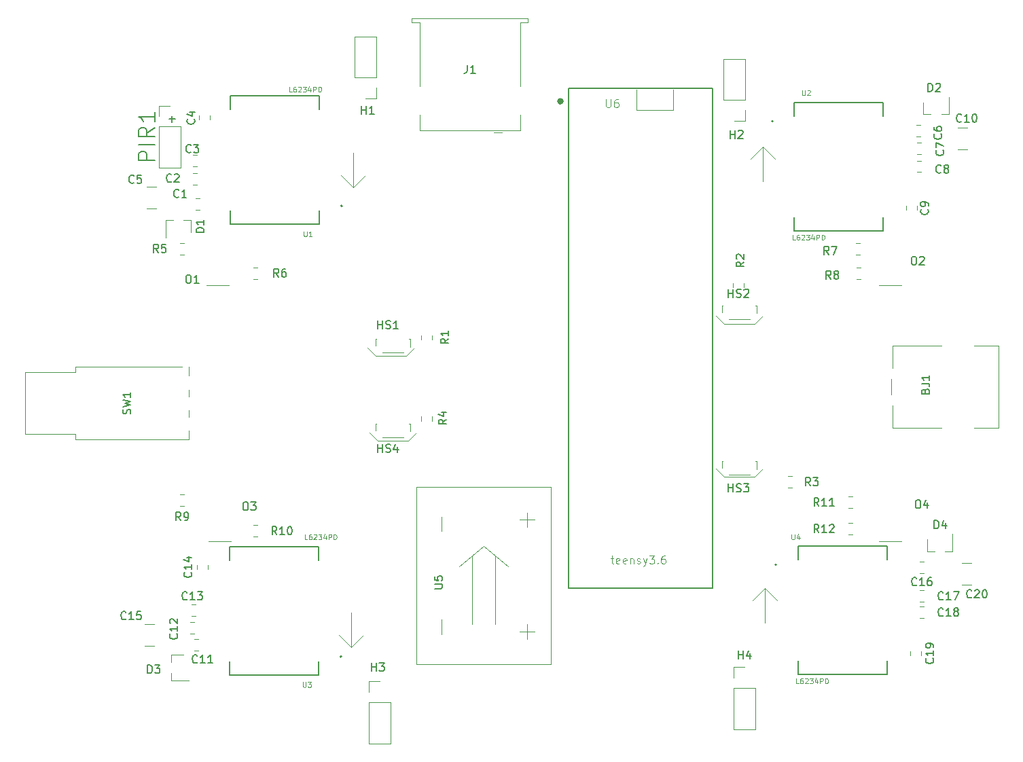
<source format=gbr>
G04 #@! TF.GenerationSoftware,KiCad,Pcbnew,(5.1.4-0)*
G04 #@! TF.CreationDate,2019-12-29T13:39:11-05:00*
G04 #@! TF.ProjectId,eye_driver,6579655f-6472-4697-9665-722e6b696361,rev?*
G04 #@! TF.SameCoordinates,Original*
G04 #@! TF.FileFunction,Legend,Top*
G04 #@! TF.FilePolarity,Positive*
%FSLAX46Y46*%
G04 Gerber Fmt 4.6, Leading zero omitted, Abs format (unit mm)*
G04 Created by KiCad (PCBNEW (5.1.4-0)) date 2019-12-29 13:39:11*
%MOMM*%
%LPD*%
G04 APERTURE LIST*
%ADD10C,0.150000*%
%ADD11C,0.120000*%
%ADD12C,0.400000*%
%ADD13C,0.127000*%
%ADD14C,0.200000*%
%ADD15C,0.100000*%
%ADD16C,0.050000*%
G04 APERTURE END LIST*
D10*
X98933047Y-73287428D02*
X99694952Y-73287428D01*
X99314000Y-73668380D02*
X99314000Y-72906476D01*
D11*
X168148000Y-117856000D02*
X171958000Y-117856000D01*
X167132000Y-116840000D02*
X168148000Y-117856000D01*
X171958000Y-117856000D02*
X172974000Y-116840000D01*
X168148000Y-98870000D02*
X171958000Y-98870000D01*
X167132000Y-97854000D02*
X168148000Y-98870000D01*
X171958000Y-98870000D02*
X172974000Y-97854000D01*
X124968000Y-113364000D02*
X128778000Y-113364000D01*
X123952000Y-112348000D02*
X124968000Y-113364000D01*
X128778000Y-113364000D02*
X129794000Y-112348000D01*
X124714000Y-102790000D02*
X128524000Y-102790000D01*
X123698000Y-101774000D02*
X124714000Y-102790000D01*
X128524000Y-102790000D02*
X129540000Y-101774000D01*
X121920000Y-81852000D02*
X120396000Y-80328000D01*
X121920000Y-77534000D02*
X121920000Y-81852000D01*
X121920000Y-81852000D02*
X123444000Y-80328000D01*
X121666000Y-139128000D02*
X120142000Y-137604000D01*
X121666000Y-134810000D02*
X121666000Y-139128000D01*
X121666000Y-139128000D02*
X123190000Y-137604000D01*
X173228000Y-131762000D02*
X174752000Y-133286000D01*
X173228000Y-136080000D02*
X173228000Y-131762000D01*
X173228000Y-131762000D02*
X171704000Y-133286000D01*
X172974000Y-76772000D02*
X174498000Y-78296000D01*
X172974000Y-76772000D02*
X171450000Y-78296000D01*
X172974000Y-81090000D02*
X172974000Y-76772000D01*
X187452000Y-125920000D02*
X190246000Y-125920000D01*
X187452000Y-94044000D02*
X190246000Y-94044000D01*
X103886000Y-125920000D02*
X106680000Y-125920000D01*
X103632000Y-94044000D02*
X106426000Y-94044000D01*
X161798000Y-72136000D02*
X161798000Y-69596000D01*
X157226000Y-72136000D02*
X161798000Y-72136000D01*
X157226000Y-69596000D02*
X157226000Y-72136000D01*
X97730000Y-71632000D02*
X99060000Y-71632000D01*
X97730000Y-72962000D02*
X97730000Y-71632000D01*
X97730000Y-74232000D02*
X100390000Y-74232000D01*
X100390000Y-74232000D02*
X100390000Y-79372000D01*
X97730000Y-74232000D02*
X97730000Y-79372000D01*
X97730000Y-79372000D02*
X100390000Y-79372000D01*
X185170578Y-91810000D02*
X184653422Y-91810000D01*
X185170578Y-93230000D02*
X184653422Y-93230000D01*
X101456000Y-109562000D02*
X101456000Y-110412000D01*
X101456000Y-107012000D02*
X101456000Y-107862000D01*
X101456000Y-113212000D02*
X101456000Y-112112000D01*
X87286000Y-113212000D02*
X101456000Y-113212000D01*
X87286000Y-112562000D02*
X87286000Y-113212000D01*
X80986000Y-112562000D02*
X87286000Y-112562000D01*
X80986000Y-104862000D02*
X80986000Y-112562000D01*
X87286000Y-104862000D02*
X80986000Y-104862000D01*
X87286000Y-104212000D02*
X87286000Y-104862000D01*
X100556000Y-104212000D02*
X87286000Y-104212000D01*
X101456000Y-105312000D02*
X101456000Y-104212000D01*
X188946000Y-107680000D02*
X188946000Y-105680000D01*
X202356000Y-111790000D02*
X199296000Y-111790000D01*
X202356000Y-101570000D02*
X202356000Y-111790000D01*
X199296000Y-101570000D02*
X202356000Y-101570000D01*
X189136000Y-101570000D02*
X195196000Y-101570000D01*
X189136000Y-104380000D02*
X189136000Y-101570000D01*
X189136000Y-111790000D02*
X189136000Y-108980000D01*
X195196000Y-111790000D02*
X189136000Y-111790000D01*
X169358000Y-141608000D02*
X170688000Y-141608000D01*
X169358000Y-142938000D02*
X169358000Y-141608000D01*
X169358000Y-144208000D02*
X172018000Y-144208000D01*
X172018000Y-144208000D02*
X172018000Y-149348000D01*
X169358000Y-144208000D02*
X169358000Y-149348000D01*
X169358000Y-149348000D02*
X172018000Y-149348000D01*
X123892000Y-143386000D02*
X125222000Y-143386000D01*
X123892000Y-144716000D02*
X123892000Y-143386000D01*
X123892000Y-145986000D02*
X126552000Y-145986000D01*
X126552000Y-145986000D02*
X126552000Y-151126000D01*
X123892000Y-145986000D02*
X123892000Y-151126000D01*
X123892000Y-151126000D02*
X126552000Y-151126000D01*
X170748000Y-73530000D02*
X169418000Y-73530000D01*
X170748000Y-72200000D02*
X170748000Y-73530000D01*
X170748000Y-70930000D02*
X168088000Y-70930000D01*
X168088000Y-70930000D02*
X168088000Y-65790000D01*
X170748000Y-70930000D02*
X170748000Y-65790000D01*
X170748000Y-65790000D02*
X168088000Y-65790000D01*
X124774000Y-70736000D02*
X123444000Y-70736000D01*
X124774000Y-69406000D02*
X124774000Y-70736000D01*
X124774000Y-68136000D02*
X122114000Y-68136000D01*
X122114000Y-68136000D02*
X122114000Y-62996000D01*
X124774000Y-68136000D02*
X124774000Y-62996000D01*
X124774000Y-62996000D02*
X122114000Y-62996000D01*
X197249936Y-77116000D02*
X198454064Y-77116000D01*
X197249936Y-74396000D02*
X198454064Y-74396000D01*
X184154578Y-123686000D02*
X183637422Y-123686000D01*
X184154578Y-125106000D02*
X183637422Y-125106000D01*
X183637422Y-121804000D02*
X184154578Y-121804000D01*
X183637422Y-120384000D02*
X184154578Y-120384000D01*
X109469422Y-125360000D02*
X109986578Y-125360000D01*
X109469422Y-123940000D02*
X109986578Y-123940000D01*
X100325422Y-121550000D02*
X100842578Y-121550000D01*
X100325422Y-120130000D02*
X100842578Y-120130000D01*
X184574922Y-90182000D02*
X185092078Y-90182000D01*
X184574922Y-88762000D02*
X185092078Y-88762000D01*
X109469422Y-93230000D02*
X109986578Y-93230000D01*
X109469422Y-91810000D02*
X109986578Y-91810000D01*
X100325422Y-90182000D02*
X100842578Y-90182000D01*
X100325422Y-88762000D02*
X100842578Y-88762000D01*
X130354000Y-110389922D02*
X130354000Y-110907078D01*
X131774000Y-110389922D02*
X131774000Y-110907078D01*
X176095922Y-119264000D02*
X176613078Y-119264000D01*
X176095922Y-117844000D02*
X176613078Y-117844000D01*
X170636000Y-94238578D02*
X170636000Y-93721422D01*
X169216000Y-94238578D02*
X169216000Y-93721422D01*
X130354000Y-100245422D02*
X130354000Y-100762578D01*
X131774000Y-100245422D02*
X131774000Y-100762578D01*
X193426000Y-127172000D02*
X193426000Y-125712000D01*
X196586000Y-127172000D02*
X196586000Y-125012000D01*
X196586000Y-127172000D02*
X195656000Y-127172000D01*
X193426000Y-127172000D02*
X194356000Y-127172000D01*
X99248000Y-140088000D02*
X100708000Y-140088000D01*
X99248000Y-143248000D02*
X101408000Y-143248000D01*
X99248000Y-143248000D02*
X99248000Y-142318000D01*
X99248000Y-140088000D02*
X99248000Y-141018000D01*
X192984000Y-72706000D02*
X192984000Y-71246000D01*
X196144000Y-72706000D02*
X196144000Y-70546000D01*
X196144000Y-72706000D02*
X195214000Y-72706000D01*
X192984000Y-72706000D02*
X193914000Y-72706000D01*
X193044578Y-132068000D02*
X192527422Y-132068000D01*
X193044578Y-133488000D02*
X192527422Y-133488000D01*
X197771936Y-131344000D02*
X198976064Y-131344000D01*
X197771936Y-128624000D02*
X198976064Y-128624000D01*
X191314000Y-139631422D02*
X191314000Y-140148578D01*
X192734000Y-139631422D02*
X192734000Y-140148578D01*
X192527422Y-135520000D02*
X193044578Y-135520000D01*
X192527422Y-134100000D02*
X193044578Y-134100000D01*
X193044578Y-128512000D02*
X192527422Y-128512000D01*
X193044578Y-129932000D02*
X192527422Y-129932000D01*
X101595422Y-137446000D02*
X102112578Y-137446000D01*
X101595422Y-136026000D02*
X102112578Y-136026000D01*
X97122064Y-136244000D02*
X95917936Y-136244000D01*
X97122064Y-138964000D02*
X95917936Y-138964000D01*
X103834000Y-129402078D02*
X103834000Y-128884922D01*
X102414000Y-129402078D02*
X102414000Y-128884922D01*
X102239078Y-133816000D02*
X101721922Y-133816000D01*
X102239078Y-135236000D02*
X101721922Y-135236000D01*
X102103422Y-139584000D02*
X102620578Y-139584000D01*
X102103422Y-138164000D02*
X102620578Y-138164000D01*
X192700578Y-76218000D02*
X192183422Y-76218000D01*
X192700578Y-77638000D02*
X192183422Y-77638000D01*
X190806000Y-84133422D02*
X190806000Y-84650578D01*
X192226000Y-84133422D02*
X192226000Y-84650578D01*
X192200922Y-79898000D02*
X192718078Y-79898000D01*
X192200922Y-78478000D02*
X192718078Y-78478000D01*
X192610578Y-74030000D02*
X192093422Y-74030000D01*
X192610578Y-75450000D02*
X192093422Y-75450000D01*
X124827000Y-111251000D02*
X124747000Y-111251000D01*
X128887000Y-111251000D02*
X129067000Y-111251000D01*
X124747000Y-111251000D02*
X124747000Y-112121000D01*
X129067000Y-111251000D02*
X129067000Y-112231000D01*
X125597000Y-112971000D02*
X128217000Y-112971000D01*
X168007000Y-115941666D02*
X167927000Y-115941666D01*
X172067000Y-115941666D02*
X172247000Y-115941666D01*
X167927000Y-115941666D02*
X167927000Y-116811666D01*
X172247000Y-115941666D02*
X172247000Y-116921666D01*
X168777000Y-117661666D02*
X171397000Y-117661666D01*
X168007000Y-96520333D02*
X167927000Y-96520333D01*
X172067000Y-96520333D02*
X172247000Y-96520333D01*
X167927000Y-96520333D02*
X167927000Y-97390333D01*
X172247000Y-96520333D02*
X172247000Y-97500333D01*
X168777000Y-98240333D02*
X171397000Y-98240333D01*
X124827000Y-100703000D02*
X124747000Y-100703000D01*
X128887000Y-100703000D02*
X129067000Y-100703000D01*
X124747000Y-100703000D02*
X124747000Y-101573000D01*
X129067000Y-100703000D02*
X129067000Y-101683000D01*
X125597000Y-102423000D02*
X128217000Y-102423000D01*
X143704000Y-60734000D02*
X129204000Y-60734000D01*
X129204000Y-60734000D02*
X129204000Y-61234000D01*
X129204000Y-61234000D02*
X130204000Y-61234000D01*
X130204000Y-61234000D02*
X130204000Y-69234000D01*
X130204000Y-72734000D02*
X130204000Y-74734000D01*
X130204000Y-74734000D02*
X142704000Y-74734000D01*
X142704000Y-74734000D02*
X142704000Y-72734000D01*
X142704000Y-69234000D02*
X142704000Y-61234000D01*
X142704000Y-61234000D02*
X143704000Y-61234000D01*
X143704000Y-61234000D02*
X143704000Y-60734000D01*
X140454000Y-74984000D02*
X139454000Y-74984000D01*
D12*
X147934000Y-71084000D02*
G75*
G03X147934000Y-71084000I-200000J0D01*
G01*
D13*
X166734000Y-69434000D02*
X148734000Y-69434000D01*
X166734000Y-131734000D02*
X166734000Y-69434000D01*
X148734000Y-131734000D02*
X166734000Y-131734000D01*
X148734000Y-69434000D02*
X148734000Y-131734000D01*
D11*
X102278922Y-83174000D02*
X102796078Y-83174000D01*
X102278922Y-84594000D02*
X102796078Y-84594000D01*
X101946922Y-81492000D02*
X102464078Y-81492000D01*
X101946922Y-80072000D02*
X102464078Y-80072000D01*
X102426578Y-79162000D02*
X101909422Y-79162000D01*
X102426578Y-77742000D02*
X101909422Y-77742000D01*
X104088000Y-73396078D02*
X104088000Y-72878922D01*
X102668000Y-73396078D02*
X102668000Y-72878922D01*
X97376064Y-84482000D02*
X96171936Y-84482000D01*
X97376064Y-81762000D02*
X96171936Y-81762000D01*
X101718000Y-85922000D02*
X100788000Y-85922000D01*
X98558000Y-85922000D02*
X99488000Y-85922000D01*
X98558000Y-85922000D02*
X98558000Y-88082000D01*
X101718000Y-85922000D02*
X101718000Y-87382000D01*
D14*
X120558000Y-84122000D02*
G75*
G03X120558000Y-84122000I-100000J0D01*
G01*
X120558000Y-84122000D02*
G75*
G03X120558000Y-84122000I-100000J0D01*
G01*
D13*
X117708000Y-84722000D02*
X117708000Y-86422000D01*
X117708000Y-86422000D02*
X106608000Y-86422000D01*
X106608000Y-86422000D02*
X106608000Y-84722000D01*
X117708000Y-72122000D02*
X117708000Y-70422000D01*
X117708000Y-70422000D02*
X106608000Y-70422000D01*
X106608000Y-70422000D02*
X106608000Y-72122000D01*
X187992000Y-87258000D02*
X187992000Y-85558000D01*
X176892000Y-87258000D02*
X187992000Y-87258000D01*
X176892000Y-85558000D02*
X176892000Y-87258000D01*
X187992000Y-71258000D02*
X187992000Y-72958000D01*
X176892000Y-71258000D02*
X187992000Y-71258000D01*
X176892000Y-72958000D02*
X176892000Y-71258000D01*
D14*
X174242000Y-73558000D02*
G75*
G03X174242000Y-73558000I-100000J0D01*
G01*
X174242000Y-73558000D02*
G75*
G03X174242000Y-73558000I-100000J0D01*
G01*
X120468000Y-140306000D02*
G75*
G03X120468000Y-140306000I-100000J0D01*
G01*
X120468000Y-140306000D02*
G75*
G03X120468000Y-140306000I-100000J0D01*
G01*
D13*
X117618000Y-140906000D02*
X117618000Y-142606000D01*
X117618000Y-142606000D02*
X106518000Y-142606000D01*
X106518000Y-142606000D02*
X106518000Y-140906000D01*
X117618000Y-128306000D02*
X117618000Y-126606000D01*
X117618000Y-126606000D02*
X106518000Y-126606000D01*
X106518000Y-126606000D02*
X106518000Y-128306000D01*
X188430000Y-142556000D02*
X188430000Y-140856000D01*
X177330000Y-142556000D02*
X188430000Y-142556000D01*
X177330000Y-140856000D02*
X177330000Y-142556000D01*
X188430000Y-126556000D02*
X188430000Y-128256000D01*
X177330000Y-126556000D02*
X188430000Y-126556000D01*
X177330000Y-128256000D02*
X177330000Y-126556000D01*
D14*
X174680000Y-128856000D02*
G75*
G03X174680000Y-128856000I-100000J0D01*
G01*
X174680000Y-128856000D02*
G75*
G03X174680000Y-128856000I-100000J0D01*
G01*
D15*
X146572000Y-141220000D02*
X146572000Y-119122000D01*
X146572000Y-119122000D02*
X129808001Y-119122000D01*
X129808001Y-119122000D02*
X129808001Y-141220000D01*
X129808001Y-141220000D02*
X146572000Y-141220000D01*
X136740707Y-136236709D02*
X136740707Y-127731990D01*
X138190000Y-126559407D02*
X135156266Y-129083425D01*
X138190000Y-126559407D02*
X141223734Y-129083425D01*
X139639293Y-136236709D02*
X139639293Y-127731990D01*
X142665801Y-137204012D02*
X144492026Y-137204012D01*
X143578913Y-138117124D02*
X143578913Y-136290899D01*
X143578913Y-124163144D02*
X143578913Y-122336919D01*
X142665801Y-123250032D02*
X144492026Y-123250032D01*
X132893415Y-137490942D02*
X132893415Y-135664717D01*
X132893415Y-124675073D02*
X132893415Y-122848848D01*
D10*
X97170761Y-78454380D02*
X95170761Y-78454380D01*
X95170761Y-77692476D01*
X95266000Y-77502000D01*
X95361238Y-77406761D01*
X95551714Y-77311523D01*
X95837428Y-77311523D01*
X96027904Y-77406761D01*
X96123142Y-77502000D01*
X96218380Y-77692476D01*
X96218380Y-78454380D01*
X97170761Y-76454380D02*
X95170761Y-76454380D01*
X97170761Y-74359142D02*
X96218380Y-75025809D01*
X97170761Y-75502000D02*
X95170761Y-75502000D01*
X95170761Y-74740095D01*
X95266000Y-74549619D01*
X95361238Y-74454380D01*
X95551714Y-74359142D01*
X95837428Y-74359142D01*
X96027904Y-74454380D01*
X96123142Y-74549619D01*
X96218380Y-74740095D01*
X96218380Y-75502000D01*
X97170761Y-72454380D02*
X97170761Y-73597238D01*
X97170761Y-73025809D02*
X95170761Y-73025809D01*
X95456476Y-73216285D01*
X95646952Y-73406761D01*
X95742190Y-73597238D01*
X192214571Y-120800380D02*
X192405047Y-120800380D01*
X192500285Y-120848000D01*
X192595523Y-120943238D01*
X192643142Y-121133714D01*
X192643142Y-121467047D01*
X192595523Y-121657523D01*
X192500285Y-121752761D01*
X192405047Y-121800380D01*
X192214571Y-121800380D01*
X192119333Y-121752761D01*
X192024095Y-121657523D01*
X191976476Y-121467047D01*
X191976476Y-121133714D01*
X192024095Y-120943238D01*
X192119333Y-120848000D01*
X192214571Y-120800380D01*
X193500285Y-121133714D02*
X193500285Y-121800380D01*
X193262190Y-120752761D02*
X193024095Y-121467047D01*
X193643142Y-121467047D01*
X108394571Y-121054380D02*
X108585047Y-121054380D01*
X108680285Y-121102000D01*
X108775523Y-121197238D01*
X108823142Y-121387714D01*
X108823142Y-121721047D01*
X108775523Y-121911523D01*
X108680285Y-122006761D01*
X108585047Y-122054380D01*
X108394571Y-122054380D01*
X108299333Y-122006761D01*
X108204095Y-121911523D01*
X108156476Y-121721047D01*
X108156476Y-121387714D01*
X108204095Y-121197238D01*
X108299333Y-121102000D01*
X108394571Y-121054380D01*
X109156476Y-121054380D02*
X109775523Y-121054380D01*
X109442190Y-121435333D01*
X109585047Y-121435333D01*
X109680285Y-121482952D01*
X109727904Y-121530571D01*
X109775523Y-121625809D01*
X109775523Y-121863904D01*
X109727904Y-121959142D01*
X109680285Y-122006761D01*
X109585047Y-122054380D01*
X109299333Y-122054380D01*
X109204095Y-122006761D01*
X109156476Y-121959142D01*
X101282571Y-92734380D02*
X101473047Y-92734380D01*
X101568285Y-92782000D01*
X101663523Y-92877238D01*
X101711142Y-93067714D01*
X101711142Y-93401047D01*
X101663523Y-93591523D01*
X101568285Y-93686761D01*
X101473047Y-93734380D01*
X101282571Y-93734380D01*
X101187333Y-93686761D01*
X101092095Y-93591523D01*
X101044476Y-93401047D01*
X101044476Y-93067714D01*
X101092095Y-92877238D01*
X101187333Y-92782000D01*
X101282571Y-92734380D01*
X102663523Y-93734380D02*
X102092095Y-93734380D01*
X102377809Y-93734380D02*
X102377809Y-92734380D01*
X102282571Y-92877238D01*
X102187333Y-92972476D01*
X102092095Y-93020095D01*
X191706571Y-90448380D02*
X191897047Y-90448380D01*
X191992285Y-90496000D01*
X192087523Y-90591238D01*
X192135142Y-90781714D01*
X192135142Y-91115047D01*
X192087523Y-91305523D01*
X191992285Y-91400761D01*
X191897047Y-91448380D01*
X191706571Y-91448380D01*
X191611333Y-91400761D01*
X191516095Y-91305523D01*
X191468476Y-91115047D01*
X191468476Y-90781714D01*
X191516095Y-90591238D01*
X191611333Y-90496000D01*
X191706571Y-90448380D01*
X192516095Y-90543619D02*
X192563714Y-90496000D01*
X192658952Y-90448380D01*
X192897047Y-90448380D01*
X192992285Y-90496000D01*
X193039904Y-90543619D01*
X193087523Y-90638857D01*
X193087523Y-90734095D01*
X193039904Y-90876952D01*
X192468476Y-91448380D01*
X193087523Y-91448380D01*
X181443333Y-93226380D02*
X181110000Y-92750190D01*
X180871904Y-93226380D02*
X180871904Y-92226380D01*
X181252857Y-92226380D01*
X181348095Y-92274000D01*
X181395714Y-92321619D01*
X181443333Y-92416857D01*
X181443333Y-92559714D01*
X181395714Y-92654952D01*
X181348095Y-92702571D01*
X181252857Y-92750190D01*
X180871904Y-92750190D01*
X182014761Y-92654952D02*
X181919523Y-92607333D01*
X181871904Y-92559714D01*
X181824285Y-92464476D01*
X181824285Y-92416857D01*
X181871904Y-92321619D01*
X181919523Y-92274000D01*
X182014761Y-92226380D01*
X182205238Y-92226380D01*
X182300476Y-92274000D01*
X182348095Y-92321619D01*
X182395714Y-92416857D01*
X182395714Y-92464476D01*
X182348095Y-92559714D01*
X182300476Y-92607333D01*
X182205238Y-92654952D01*
X182014761Y-92654952D01*
X181919523Y-92702571D01*
X181871904Y-92750190D01*
X181824285Y-92845428D01*
X181824285Y-93035904D01*
X181871904Y-93131142D01*
X181919523Y-93178761D01*
X182014761Y-93226380D01*
X182205238Y-93226380D01*
X182300476Y-93178761D01*
X182348095Y-93131142D01*
X182395714Y-93035904D01*
X182395714Y-92845428D01*
X182348095Y-92750190D01*
X182300476Y-92702571D01*
X182205238Y-92654952D01*
X94130761Y-110045333D02*
X94178380Y-109902476D01*
X94178380Y-109664380D01*
X94130761Y-109569142D01*
X94083142Y-109521523D01*
X93987904Y-109473904D01*
X93892666Y-109473904D01*
X93797428Y-109521523D01*
X93749809Y-109569142D01*
X93702190Y-109664380D01*
X93654571Y-109854857D01*
X93606952Y-109950095D01*
X93559333Y-109997714D01*
X93464095Y-110045333D01*
X93368857Y-110045333D01*
X93273619Y-109997714D01*
X93226000Y-109950095D01*
X93178380Y-109854857D01*
X93178380Y-109616761D01*
X93226000Y-109473904D01*
X93178380Y-109140571D02*
X94178380Y-108902476D01*
X93464095Y-108712000D01*
X94178380Y-108521523D01*
X93178380Y-108283428D01*
X94178380Y-107378666D02*
X94178380Y-107950095D01*
X94178380Y-107664380D02*
X93178380Y-107664380D01*
X93321238Y-107759619D01*
X93416476Y-107854857D01*
X93464095Y-107950095D01*
X193222571Y-107211714D02*
X193270190Y-107068857D01*
X193317809Y-107021238D01*
X193413047Y-106973619D01*
X193555904Y-106973619D01*
X193651142Y-107021238D01*
X193698761Y-107068857D01*
X193746380Y-107164095D01*
X193746380Y-107545047D01*
X192746380Y-107545047D01*
X192746380Y-107211714D01*
X192794000Y-107116476D01*
X192841619Y-107068857D01*
X192936857Y-107021238D01*
X193032095Y-107021238D01*
X193127333Y-107068857D01*
X193174952Y-107116476D01*
X193222571Y-107211714D01*
X193222571Y-107545047D01*
X192746380Y-106259333D02*
X193460666Y-106259333D01*
X193603523Y-106306952D01*
X193698761Y-106402190D01*
X193746380Y-106545047D01*
X193746380Y-106640285D01*
X193746380Y-105259333D02*
X193746380Y-105830761D01*
X193746380Y-105545047D02*
X192746380Y-105545047D01*
X192889238Y-105640285D01*
X192984476Y-105735523D01*
X193032095Y-105830761D01*
X169926095Y-140596380D02*
X169926095Y-139596380D01*
X169926095Y-140072571D02*
X170497523Y-140072571D01*
X170497523Y-140596380D02*
X170497523Y-139596380D01*
X171402285Y-139929714D02*
X171402285Y-140596380D01*
X171164190Y-139548761D02*
X170926095Y-140263047D01*
X171545142Y-140263047D01*
X124206095Y-142120380D02*
X124206095Y-141120380D01*
X124206095Y-141596571D02*
X124777523Y-141596571D01*
X124777523Y-142120380D02*
X124777523Y-141120380D01*
X125158476Y-141120380D02*
X125777523Y-141120380D01*
X125444190Y-141501333D01*
X125587047Y-141501333D01*
X125682285Y-141548952D01*
X125729904Y-141596571D01*
X125777523Y-141691809D01*
X125777523Y-141929904D01*
X125729904Y-142025142D01*
X125682285Y-142072761D01*
X125587047Y-142120380D01*
X125301333Y-142120380D01*
X125206095Y-142072761D01*
X125158476Y-142025142D01*
X168910095Y-75700380D02*
X168910095Y-74700380D01*
X168910095Y-75176571D02*
X169481523Y-75176571D01*
X169481523Y-75700380D02*
X169481523Y-74700380D01*
X169910095Y-74795619D02*
X169957714Y-74748000D01*
X170052952Y-74700380D01*
X170291047Y-74700380D01*
X170386285Y-74748000D01*
X170433904Y-74795619D01*
X170481523Y-74890857D01*
X170481523Y-74986095D01*
X170433904Y-75128952D01*
X169862476Y-75700380D01*
X170481523Y-75700380D01*
X122936095Y-72652380D02*
X122936095Y-71652380D01*
X122936095Y-72128571D02*
X123507523Y-72128571D01*
X123507523Y-72652380D02*
X123507523Y-71652380D01*
X124507523Y-72652380D02*
X123936095Y-72652380D01*
X124221809Y-72652380D02*
X124221809Y-71652380D01*
X124126571Y-71795238D01*
X124031333Y-71890476D01*
X123936095Y-71938095D01*
X197731142Y-73573142D02*
X197683523Y-73620761D01*
X197540666Y-73668380D01*
X197445428Y-73668380D01*
X197302571Y-73620761D01*
X197207333Y-73525523D01*
X197159714Y-73430285D01*
X197112095Y-73239809D01*
X197112095Y-73096952D01*
X197159714Y-72906476D01*
X197207333Y-72811238D01*
X197302571Y-72716000D01*
X197445428Y-72668380D01*
X197540666Y-72668380D01*
X197683523Y-72716000D01*
X197731142Y-72763619D01*
X198683523Y-73668380D02*
X198112095Y-73668380D01*
X198397809Y-73668380D02*
X198397809Y-72668380D01*
X198302571Y-72811238D01*
X198207333Y-72906476D01*
X198112095Y-72954095D01*
X199302571Y-72668380D02*
X199397809Y-72668380D01*
X199493047Y-72716000D01*
X199540666Y-72763619D01*
X199588285Y-72858857D01*
X199635904Y-73049333D01*
X199635904Y-73287428D01*
X199588285Y-73477904D01*
X199540666Y-73573142D01*
X199493047Y-73620761D01*
X199397809Y-73668380D01*
X199302571Y-73668380D01*
X199207333Y-73620761D01*
X199159714Y-73573142D01*
X199112095Y-73477904D01*
X199064476Y-73287428D01*
X199064476Y-73049333D01*
X199112095Y-72858857D01*
X199159714Y-72763619D01*
X199207333Y-72716000D01*
X199302571Y-72668380D01*
X179951142Y-124848380D02*
X179617809Y-124372190D01*
X179379714Y-124848380D02*
X179379714Y-123848380D01*
X179760666Y-123848380D01*
X179855904Y-123896000D01*
X179903523Y-123943619D01*
X179951142Y-124038857D01*
X179951142Y-124181714D01*
X179903523Y-124276952D01*
X179855904Y-124324571D01*
X179760666Y-124372190D01*
X179379714Y-124372190D01*
X180903523Y-124848380D02*
X180332095Y-124848380D01*
X180617809Y-124848380D02*
X180617809Y-123848380D01*
X180522571Y-123991238D01*
X180427333Y-124086476D01*
X180332095Y-124134095D01*
X181284476Y-123943619D02*
X181332095Y-123896000D01*
X181427333Y-123848380D01*
X181665428Y-123848380D01*
X181760666Y-123896000D01*
X181808285Y-123943619D01*
X181855904Y-124038857D01*
X181855904Y-124134095D01*
X181808285Y-124276952D01*
X181236857Y-124848380D01*
X181855904Y-124848380D01*
X179951142Y-121546380D02*
X179617809Y-121070190D01*
X179379714Y-121546380D02*
X179379714Y-120546380D01*
X179760666Y-120546380D01*
X179855904Y-120594000D01*
X179903523Y-120641619D01*
X179951142Y-120736857D01*
X179951142Y-120879714D01*
X179903523Y-120974952D01*
X179855904Y-121022571D01*
X179760666Y-121070190D01*
X179379714Y-121070190D01*
X180903523Y-121546380D02*
X180332095Y-121546380D01*
X180617809Y-121546380D02*
X180617809Y-120546380D01*
X180522571Y-120689238D01*
X180427333Y-120784476D01*
X180332095Y-120832095D01*
X181855904Y-121546380D02*
X181284476Y-121546380D01*
X181570190Y-121546380D02*
X181570190Y-120546380D01*
X181474952Y-120689238D01*
X181379714Y-120784476D01*
X181284476Y-120832095D01*
X112387142Y-125102380D02*
X112053809Y-124626190D01*
X111815714Y-125102380D02*
X111815714Y-124102380D01*
X112196666Y-124102380D01*
X112291904Y-124150000D01*
X112339523Y-124197619D01*
X112387142Y-124292857D01*
X112387142Y-124435714D01*
X112339523Y-124530952D01*
X112291904Y-124578571D01*
X112196666Y-124626190D01*
X111815714Y-124626190D01*
X113339523Y-125102380D02*
X112768095Y-125102380D01*
X113053809Y-125102380D02*
X113053809Y-124102380D01*
X112958571Y-124245238D01*
X112863333Y-124340476D01*
X112768095Y-124388095D01*
X113958571Y-124102380D02*
X114053809Y-124102380D01*
X114149047Y-124150000D01*
X114196666Y-124197619D01*
X114244285Y-124292857D01*
X114291904Y-124483333D01*
X114291904Y-124721428D01*
X114244285Y-124911904D01*
X114196666Y-125007142D01*
X114149047Y-125054761D01*
X114053809Y-125102380D01*
X113958571Y-125102380D01*
X113863333Y-125054761D01*
X113815714Y-125007142D01*
X113768095Y-124911904D01*
X113720476Y-124721428D01*
X113720476Y-124483333D01*
X113768095Y-124292857D01*
X113815714Y-124197619D01*
X113863333Y-124150000D01*
X113958571Y-124102380D01*
X100417333Y-123324380D02*
X100084000Y-122848190D01*
X99845904Y-123324380D02*
X99845904Y-122324380D01*
X100226857Y-122324380D01*
X100322095Y-122372000D01*
X100369714Y-122419619D01*
X100417333Y-122514857D01*
X100417333Y-122657714D01*
X100369714Y-122752952D01*
X100322095Y-122800571D01*
X100226857Y-122848190D01*
X99845904Y-122848190D01*
X100893523Y-123324380D02*
X101084000Y-123324380D01*
X101179238Y-123276761D01*
X101226857Y-123229142D01*
X101322095Y-123086285D01*
X101369714Y-122895809D01*
X101369714Y-122514857D01*
X101322095Y-122419619D01*
X101274476Y-122372000D01*
X101179238Y-122324380D01*
X100988761Y-122324380D01*
X100893523Y-122372000D01*
X100845904Y-122419619D01*
X100798285Y-122514857D01*
X100798285Y-122752952D01*
X100845904Y-122848190D01*
X100893523Y-122895809D01*
X100988761Y-122943428D01*
X101179238Y-122943428D01*
X101274476Y-122895809D01*
X101322095Y-122848190D01*
X101369714Y-122752952D01*
X181189333Y-90178380D02*
X180856000Y-89702190D01*
X180617904Y-90178380D02*
X180617904Y-89178380D01*
X180998857Y-89178380D01*
X181094095Y-89226000D01*
X181141714Y-89273619D01*
X181189333Y-89368857D01*
X181189333Y-89511714D01*
X181141714Y-89606952D01*
X181094095Y-89654571D01*
X180998857Y-89702190D01*
X180617904Y-89702190D01*
X181522666Y-89178380D02*
X182189333Y-89178380D01*
X181760761Y-90178380D01*
X112609333Y-92972380D02*
X112276000Y-92496190D01*
X112037904Y-92972380D02*
X112037904Y-91972380D01*
X112418857Y-91972380D01*
X112514095Y-92020000D01*
X112561714Y-92067619D01*
X112609333Y-92162857D01*
X112609333Y-92305714D01*
X112561714Y-92400952D01*
X112514095Y-92448571D01*
X112418857Y-92496190D01*
X112037904Y-92496190D01*
X113466476Y-91972380D02*
X113276000Y-91972380D01*
X113180761Y-92020000D01*
X113133142Y-92067619D01*
X113037904Y-92210476D01*
X112990285Y-92400952D01*
X112990285Y-92781904D01*
X113037904Y-92877142D01*
X113085523Y-92924761D01*
X113180761Y-92972380D01*
X113371238Y-92972380D01*
X113466476Y-92924761D01*
X113514095Y-92877142D01*
X113561714Y-92781904D01*
X113561714Y-92543809D01*
X113514095Y-92448571D01*
X113466476Y-92400952D01*
X113371238Y-92353333D01*
X113180761Y-92353333D01*
X113085523Y-92400952D01*
X113037904Y-92448571D01*
X112990285Y-92543809D01*
X97623333Y-89924380D02*
X97290000Y-89448190D01*
X97051904Y-89924380D02*
X97051904Y-88924380D01*
X97432857Y-88924380D01*
X97528095Y-88972000D01*
X97575714Y-89019619D01*
X97623333Y-89114857D01*
X97623333Y-89257714D01*
X97575714Y-89352952D01*
X97528095Y-89400571D01*
X97432857Y-89448190D01*
X97051904Y-89448190D01*
X98528095Y-88924380D02*
X98051904Y-88924380D01*
X98004285Y-89400571D01*
X98051904Y-89352952D01*
X98147142Y-89305333D01*
X98385238Y-89305333D01*
X98480476Y-89352952D01*
X98528095Y-89400571D01*
X98575714Y-89495809D01*
X98575714Y-89733904D01*
X98528095Y-89829142D01*
X98480476Y-89876761D01*
X98385238Y-89924380D01*
X98147142Y-89924380D01*
X98051904Y-89876761D01*
X98004285Y-89829142D01*
X133548380Y-110736666D02*
X133072190Y-111070000D01*
X133548380Y-111308095D02*
X132548380Y-111308095D01*
X132548380Y-110927142D01*
X132596000Y-110831904D01*
X132643619Y-110784285D01*
X132738857Y-110736666D01*
X132881714Y-110736666D01*
X132976952Y-110784285D01*
X133024571Y-110831904D01*
X133072190Y-110927142D01*
X133072190Y-111308095D01*
X132881714Y-109879523D02*
X133548380Y-109879523D01*
X132500761Y-110117619D02*
X133215047Y-110355714D01*
X133215047Y-109736666D01*
X178903333Y-119006380D02*
X178570000Y-118530190D01*
X178331904Y-119006380D02*
X178331904Y-118006380D01*
X178712857Y-118006380D01*
X178808095Y-118054000D01*
X178855714Y-118101619D01*
X178903333Y-118196857D01*
X178903333Y-118339714D01*
X178855714Y-118434952D01*
X178808095Y-118482571D01*
X178712857Y-118530190D01*
X178331904Y-118530190D01*
X179236666Y-118006380D02*
X179855714Y-118006380D01*
X179522380Y-118387333D01*
X179665238Y-118387333D01*
X179760476Y-118434952D01*
X179808095Y-118482571D01*
X179855714Y-118577809D01*
X179855714Y-118815904D01*
X179808095Y-118911142D01*
X179760476Y-118958761D01*
X179665238Y-119006380D01*
X179379523Y-119006380D01*
X179284285Y-118958761D01*
X179236666Y-118911142D01*
X170632380Y-91098666D02*
X170156190Y-91432000D01*
X170632380Y-91670095D02*
X169632380Y-91670095D01*
X169632380Y-91289142D01*
X169680000Y-91193904D01*
X169727619Y-91146285D01*
X169822857Y-91098666D01*
X169965714Y-91098666D01*
X170060952Y-91146285D01*
X170108571Y-91193904D01*
X170156190Y-91289142D01*
X170156190Y-91670095D01*
X169727619Y-90717714D02*
X169680000Y-90670095D01*
X169632380Y-90574857D01*
X169632380Y-90336761D01*
X169680000Y-90241523D01*
X169727619Y-90193904D01*
X169822857Y-90146285D01*
X169918095Y-90146285D01*
X170060952Y-90193904D01*
X170632380Y-90765333D01*
X170632380Y-90146285D01*
X133802380Y-100670666D02*
X133326190Y-101004000D01*
X133802380Y-101242095D02*
X132802380Y-101242095D01*
X132802380Y-100861142D01*
X132850000Y-100765904D01*
X132897619Y-100718285D01*
X132992857Y-100670666D01*
X133135714Y-100670666D01*
X133230952Y-100718285D01*
X133278571Y-100765904D01*
X133326190Y-100861142D01*
X133326190Y-101242095D01*
X133802380Y-99718285D02*
X133802380Y-100289714D01*
X133802380Y-100004000D02*
X132802380Y-100004000D01*
X132945238Y-100099238D01*
X133040476Y-100194476D01*
X133088095Y-100289714D01*
X194333904Y-124340380D02*
X194333904Y-123340380D01*
X194572000Y-123340380D01*
X194714857Y-123388000D01*
X194810095Y-123483238D01*
X194857714Y-123578476D01*
X194905333Y-123768952D01*
X194905333Y-123911809D01*
X194857714Y-124102285D01*
X194810095Y-124197523D01*
X194714857Y-124292761D01*
X194572000Y-124340380D01*
X194333904Y-124340380D01*
X195762476Y-123673714D02*
X195762476Y-124340380D01*
X195524380Y-123292761D02*
X195286285Y-124007047D01*
X195905333Y-124007047D01*
X96289904Y-142374380D02*
X96289904Y-141374380D01*
X96528000Y-141374380D01*
X96670857Y-141422000D01*
X96766095Y-141517238D01*
X96813714Y-141612476D01*
X96861333Y-141802952D01*
X96861333Y-141945809D01*
X96813714Y-142136285D01*
X96766095Y-142231523D01*
X96670857Y-142326761D01*
X96528000Y-142374380D01*
X96289904Y-142374380D01*
X97194666Y-141374380D02*
X97813714Y-141374380D01*
X97480380Y-141755333D01*
X97623238Y-141755333D01*
X97718476Y-141802952D01*
X97766095Y-141850571D01*
X97813714Y-141945809D01*
X97813714Y-142183904D01*
X97766095Y-142279142D01*
X97718476Y-142326761D01*
X97623238Y-142374380D01*
X97337523Y-142374380D01*
X97242285Y-142326761D01*
X97194666Y-142279142D01*
X193571904Y-69858380D02*
X193571904Y-68858380D01*
X193810000Y-68858380D01*
X193952857Y-68906000D01*
X194048095Y-69001238D01*
X194095714Y-69096476D01*
X194143333Y-69286952D01*
X194143333Y-69429809D01*
X194095714Y-69620285D01*
X194048095Y-69715523D01*
X193952857Y-69810761D01*
X193810000Y-69858380D01*
X193571904Y-69858380D01*
X194524285Y-68953619D02*
X194571904Y-68906000D01*
X194667142Y-68858380D01*
X194905238Y-68858380D01*
X195000476Y-68906000D01*
X195048095Y-68953619D01*
X195095714Y-69048857D01*
X195095714Y-69144095D01*
X195048095Y-69286952D01*
X194476666Y-69858380D01*
X195095714Y-69858380D01*
X195445142Y-133135142D02*
X195397523Y-133182761D01*
X195254666Y-133230380D01*
X195159428Y-133230380D01*
X195016571Y-133182761D01*
X194921333Y-133087523D01*
X194873714Y-132992285D01*
X194826095Y-132801809D01*
X194826095Y-132658952D01*
X194873714Y-132468476D01*
X194921333Y-132373238D01*
X195016571Y-132278000D01*
X195159428Y-132230380D01*
X195254666Y-132230380D01*
X195397523Y-132278000D01*
X195445142Y-132325619D01*
X196397523Y-133230380D02*
X195826095Y-133230380D01*
X196111809Y-133230380D02*
X196111809Y-132230380D01*
X196016571Y-132373238D01*
X195921333Y-132468476D01*
X195826095Y-132516095D01*
X196730857Y-132230380D02*
X197397523Y-132230380D01*
X196968952Y-133230380D01*
X199001142Y-132881142D02*
X198953523Y-132928761D01*
X198810666Y-132976380D01*
X198715428Y-132976380D01*
X198572571Y-132928761D01*
X198477333Y-132833523D01*
X198429714Y-132738285D01*
X198382095Y-132547809D01*
X198382095Y-132404952D01*
X198429714Y-132214476D01*
X198477333Y-132119238D01*
X198572571Y-132024000D01*
X198715428Y-131976380D01*
X198810666Y-131976380D01*
X198953523Y-132024000D01*
X199001142Y-132071619D01*
X199382095Y-132071619D02*
X199429714Y-132024000D01*
X199524952Y-131976380D01*
X199763047Y-131976380D01*
X199858285Y-132024000D01*
X199905904Y-132071619D01*
X199953523Y-132166857D01*
X199953523Y-132262095D01*
X199905904Y-132404952D01*
X199334476Y-132976380D01*
X199953523Y-132976380D01*
X200572571Y-131976380D02*
X200667809Y-131976380D01*
X200763047Y-132024000D01*
X200810666Y-132071619D01*
X200858285Y-132166857D01*
X200905904Y-132357333D01*
X200905904Y-132595428D01*
X200858285Y-132785904D01*
X200810666Y-132881142D01*
X200763047Y-132928761D01*
X200667809Y-132976380D01*
X200572571Y-132976380D01*
X200477333Y-132928761D01*
X200429714Y-132881142D01*
X200382095Y-132785904D01*
X200334476Y-132595428D01*
X200334476Y-132357333D01*
X200382095Y-132166857D01*
X200429714Y-132071619D01*
X200477333Y-132024000D01*
X200572571Y-131976380D01*
X194159142Y-140532857D02*
X194206761Y-140580476D01*
X194254380Y-140723333D01*
X194254380Y-140818571D01*
X194206761Y-140961428D01*
X194111523Y-141056666D01*
X194016285Y-141104285D01*
X193825809Y-141151904D01*
X193682952Y-141151904D01*
X193492476Y-141104285D01*
X193397238Y-141056666D01*
X193302000Y-140961428D01*
X193254380Y-140818571D01*
X193254380Y-140723333D01*
X193302000Y-140580476D01*
X193349619Y-140532857D01*
X194254380Y-139580476D02*
X194254380Y-140151904D01*
X194254380Y-139866190D02*
X193254380Y-139866190D01*
X193397238Y-139961428D01*
X193492476Y-140056666D01*
X193540095Y-140151904D01*
X194254380Y-139104285D02*
X194254380Y-138913809D01*
X194206761Y-138818571D01*
X194159142Y-138770952D01*
X194016285Y-138675714D01*
X193825809Y-138628095D01*
X193444857Y-138628095D01*
X193349619Y-138675714D01*
X193302000Y-138723333D01*
X193254380Y-138818571D01*
X193254380Y-139009047D01*
X193302000Y-139104285D01*
X193349619Y-139151904D01*
X193444857Y-139199523D01*
X193682952Y-139199523D01*
X193778190Y-139151904D01*
X193825809Y-139104285D01*
X193873428Y-139009047D01*
X193873428Y-138818571D01*
X193825809Y-138723333D01*
X193778190Y-138675714D01*
X193682952Y-138628095D01*
X195445142Y-135167142D02*
X195397523Y-135214761D01*
X195254666Y-135262380D01*
X195159428Y-135262380D01*
X195016571Y-135214761D01*
X194921333Y-135119523D01*
X194873714Y-135024285D01*
X194826095Y-134833809D01*
X194826095Y-134690952D01*
X194873714Y-134500476D01*
X194921333Y-134405238D01*
X195016571Y-134310000D01*
X195159428Y-134262380D01*
X195254666Y-134262380D01*
X195397523Y-134310000D01*
X195445142Y-134357619D01*
X196397523Y-135262380D02*
X195826095Y-135262380D01*
X196111809Y-135262380D02*
X196111809Y-134262380D01*
X196016571Y-134405238D01*
X195921333Y-134500476D01*
X195826095Y-134548095D01*
X196968952Y-134690952D02*
X196873714Y-134643333D01*
X196826095Y-134595714D01*
X196778476Y-134500476D01*
X196778476Y-134452857D01*
X196826095Y-134357619D01*
X196873714Y-134310000D01*
X196968952Y-134262380D01*
X197159428Y-134262380D01*
X197254666Y-134310000D01*
X197302285Y-134357619D01*
X197349904Y-134452857D01*
X197349904Y-134500476D01*
X197302285Y-134595714D01*
X197254666Y-134643333D01*
X197159428Y-134690952D01*
X196968952Y-134690952D01*
X196873714Y-134738571D01*
X196826095Y-134786190D01*
X196778476Y-134881428D01*
X196778476Y-135071904D01*
X196826095Y-135167142D01*
X196873714Y-135214761D01*
X196968952Y-135262380D01*
X197159428Y-135262380D01*
X197254666Y-135214761D01*
X197302285Y-135167142D01*
X197349904Y-135071904D01*
X197349904Y-134881428D01*
X197302285Y-134786190D01*
X197254666Y-134738571D01*
X197159428Y-134690952D01*
X192143142Y-131357142D02*
X192095523Y-131404761D01*
X191952666Y-131452380D01*
X191857428Y-131452380D01*
X191714571Y-131404761D01*
X191619333Y-131309523D01*
X191571714Y-131214285D01*
X191524095Y-131023809D01*
X191524095Y-130880952D01*
X191571714Y-130690476D01*
X191619333Y-130595238D01*
X191714571Y-130500000D01*
X191857428Y-130452380D01*
X191952666Y-130452380D01*
X192095523Y-130500000D01*
X192143142Y-130547619D01*
X193095523Y-131452380D02*
X192524095Y-131452380D01*
X192809809Y-131452380D02*
X192809809Y-130452380D01*
X192714571Y-130595238D01*
X192619333Y-130690476D01*
X192524095Y-130738095D01*
X193952666Y-130452380D02*
X193762190Y-130452380D01*
X193666952Y-130500000D01*
X193619333Y-130547619D01*
X193524095Y-130690476D01*
X193476476Y-130880952D01*
X193476476Y-131261904D01*
X193524095Y-131357142D01*
X193571714Y-131404761D01*
X193666952Y-131452380D01*
X193857428Y-131452380D01*
X193952666Y-131404761D01*
X194000285Y-131357142D01*
X194047904Y-131261904D01*
X194047904Y-131023809D01*
X194000285Y-130928571D01*
X193952666Y-130880952D01*
X193857428Y-130833333D01*
X193666952Y-130833333D01*
X193571714Y-130880952D01*
X193524095Y-130928571D01*
X193476476Y-131023809D01*
X99925142Y-137484857D02*
X99972761Y-137532476D01*
X100020380Y-137675333D01*
X100020380Y-137770571D01*
X99972761Y-137913428D01*
X99877523Y-138008666D01*
X99782285Y-138056285D01*
X99591809Y-138103904D01*
X99448952Y-138103904D01*
X99258476Y-138056285D01*
X99163238Y-138008666D01*
X99068000Y-137913428D01*
X99020380Y-137770571D01*
X99020380Y-137675333D01*
X99068000Y-137532476D01*
X99115619Y-137484857D01*
X100020380Y-136532476D02*
X100020380Y-137103904D01*
X100020380Y-136818190D02*
X99020380Y-136818190D01*
X99163238Y-136913428D01*
X99258476Y-137008666D01*
X99306095Y-137103904D01*
X99115619Y-136151523D02*
X99068000Y-136103904D01*
X99020380Y-136008666D01*
X99020380Y-135770571D01*
X99068000Y-135675333D01*
X99115619Y-135627714D01*
X99210857Y-135580095D01*
X99306095Y-135580095D01*
X99448952Y-135627714D01*
X100020380Y-136199142D01*
X100020380Y-135580095D01*
X93591142Y-135591142D02*
X93543523Y-135638761D01*
X93400666Y-135686380D01*
X93305428Y-135686380D01*
X93162571Y-135638761D01*
X93067333Y-135543523D01*
X93019714Y-135448285D01*
X92972095Y-135257809D01*
X92972095Y-135114952D01*
X93019714Y-134924476D01*
X93067333Y-134829238D01*
X93162571Y-134734000D01*
X93305428Y-134686380D01*
X93400666Y-134686380D01*
X93543523Y-134734000D01*
X93591142Y-134781619D01*
X94543523Y-135686380D02*
X93972095Y-135686380D01*
X94257809Y-135686380D02*
X94257809Y-134686380D01*
X94162571Y-134829238D01*
X94067333Y-134924476D01*
X93972095Y-134972095D01*
X95448285Y-134686380D02*
X94972095Y-134686380D01*
X94924476Y-135162571D01*
X94972095Y-135114952D01*
X95067333Y-135067333D01*
X95305428Y-135067333D01*
X95400666Y-135114952D01*
X95448285Y-135162571D01*
X95495904Y-135257809D01*
X95495904Y-135495904D01*
X95448285Y-135591142D01*
X95400666Y-135638761D01*
X95305428Y-135686380D01*
X95067333Y-135686380D01*
X94972095Y-135638761D01*
X94924476Y-135591142D01*
X101703142Y-129786357D02*
X101750761Y-129833976D01*
X101798380Y-129976833D01*
X101798380Y-130072071D01*
X101750761Y-130214928D01*
X101655523Y-130310166D01*
X101560285Y-130357785D01*
X101369809Y-130405404D01*
X101226952Y-130405404D01*
X101036476Y-130357785D01*
X100941238Y-130310166D01*
X100846000Y-130214928D01*
X100798380Y-130072071D01*
X100798380Y-129976833D01*
X100846000Y-129833976D01*
X100893619Y-129786357D01*
X101798380Y-128833976D02*
X101798380Y-129405404D01*
X101798380Y-129119690D02*
X100798380Y-129119690D01*
X100941238Y-129214928D01*
X101036476Y-129310166D01*
X101084095Y-129405404D01*
X101131714Y-127976833D02*
X101798380Y-127976833D01*
X100750761Y-128214928D02*
X101465047Y-128453023D01*
X101465047Y-127833976D01*
X101211142Y-133135142D02*
X101163523Y-133182761D01*
X101020666Y-133230380D01*
X100925428Y-133230380D01*
X100782571Y-133182761D01*
X100687333Y-133087523D01*
X100639714Y-132992285D01*
X100592095Y-132801809D01*
X100592095Y-132658952D01*
X100639714Y-132468476D01*
X100687333Y-132373238D01*
X100782571Y-132278000D01*
X100925428Y-132230380D01*
X101020666Y-132230380D01*
X101163523Y-132278000D01*
X101211142Y-132325619D01*
X102163523Y-133230380D02*
X101592095Y-133230380D01*
X101877809Y-133230380D02*
X101877809Y-132230380D01*
X101782571Y-132373238D01*
X101687333Y-132468476D01*
X101592095Y-132516095D01*
X102496857Y-132230380D02*
X103115904Y-132230380D01*
X102782571Y-132611333D01*
X102925428Y-132611333D01*
X103020666Y-132658952D01*
X103068285Y-132706571D01*
X103115904Y-132801809D01*
X103115904Y-133039904D01*
X103068285Y-133135142D01*
X103020666Y-133182761D01*
X102925428Y-133230380D01*
X102639714Y-133230380D01*
X102544476Y-133182761D01*
X102496857Y-133135142D01*
X102481142Y-141009142D02*
X102433523Y-141056761D01*
X102290666Y-141104380D01*
X102195428Y-141104380D01*
X102052571Y-141056761D01*
X101957333Y-140961523D01*
X101909714Y-140866285D01*
X101862095Y-140675809D01*
X101862095Y-140532952D01*
X101909714Y-140342476D01*
X101957333Y-140247238D01*
X102052571Y-140152000D01*
X102195428Y-140104380D01*
X102290666Y-140104380D01*
X102433523Y-140152000D01*
X102481142Y-140199619D01*
X103433523Y-141104380D02*
X102862095Y-141104380D01*
X103147809Y-141104380D02*
X103147809Y-140104380D01*
X103052571Y-140247238D01*
X102957333Y-140342476D01*
X102862095Y-140390095D01*
X104385904Y-141104380D02*
X103814476Y-141104380D01*
X104100190Y-141104380D02*
X104100190Y-140104380D01*
X104004952Y-140247238D01*
X103909714Y-140342476D01*
X103814476Y-140390095D01*
X195429142Y-77192666D02*
X195476761Y-77240285D01*
X195524380Y-77383142D01*
X195524380Y-77478380D01*
X195476761Y-77621238D01*
X195381523Y-77716476D01*
X195286285Y-77764095D01*
X195095809Y-77811714D01*
X194952952Y-77811714D01*
X194762476Y-77764095D01*
X194667238Y-77716476D01*
X194572000Y-77621238D01*
X194524380Y-77478380D01*
X194524380Y-77383142D01*
X194572000Y-77240285D01*
X194619619Y-77192666D01*
X194524380Y-76859333D02*
X194524380Y-76192666D01*
X195524380Y-76621238D01*
X193523142Y-84558666D02*
X193570761Y-84606285D01*
X193618380Y-84749142D01*
X193618380Y-84844380D01*
X193570761Y-84987238D01*
X193475523Y-85082476D01*
X193380285Y-85130095D01*
X193189809Y-85177714D01*
X193046952Y-85177714D01*
X192856476Y-85130095D01*
X192761238Y-85082476D01*
X192666000Y-84987238D01*
X192618380Y-84844380D01*
X192618380Y-84749142D01*
X192666000Y-84606285D01*
X192713619Y-84558666D01*
X193618380Y-84082476D02*
X193618380Y-83892000D01*
X193570761Y-83796761D01*
X193523142Y-83749142D01*
X193380285Y-83653904D01*
X193189809Y-83606285D01*
X192808857Y-83606285D01*
X192713619Y-83653904D01*
X192666000Y-83701523D01*
X192618380Y-83796761D01*
X192618380Y-83987238D01*
X192666000Y-84082476D01*
X192713619Y-84130095D01*
X192808857Y-84177714D01*
X193046952Y-84177714D01*
X193142190Y-84130095D01*
X193189809Y-84082476D01*
X193237428Y-83987238D01*
X193237428Y-83796761D01*
X193189809Y-83701523D01*
X193142190Y-83653904D01*
X193046952Y-83606285D01*
X195159333Y-79923142D02*
X195111714Y-79970761D01*
X194968857Y-80018380D01*
X194873619Y-80018380D01*
X194730761Y-79970761D01*
X194635523Y-79875523D01*
X194587904Y-79780285D01*
X194540285Y-79589809D01*
X194540285Y-79446952D01*
X194587904Y-79256476D01*
X194635523Y-79161238D01*
X194730761Y-79066000D01*
X194873619Y-79018380D01*
X194968857Y-79018380D01*
X195111714Y-79066000D01*
X195159333Y-79113619D01*
X195730761Y-79446952D02*
X195635523Y-79399333D01*
X195587904Y-79351714D01*
X195540285Y-79256476D01*
X195540285Y-79208857D01*
X195587904Y-79113619D01*
X195635523Y-79066000D01*
X195730761Y-79018380D01*
X195921238Y-79018380D01*
X196016476Y-79066000D01*
X196064095Y-79113619D01*
X196111714Y-79208857D01*
X196111714Y-79256476D01*
X196064095Y-79351714D01*
X196016476Y-79399333D01*
X195921238Y-79446952D01*
X195730761Y-79446952D01*
X195635523Y-79494571D01*
X195587904Y-79542190D01*
X195540285Y-79637428D01*
X195540285Y-79827904D01*
X195587904Y-79923142D01*
X195635523Y-79970761D01*
X195730761Y-80018380D01*
X195921238Y-80018380D01*
X196016476Y-79970761D01*
X196064095Y-79923142D01*
X196111714Y-79827904D01*
X196111714Y-79637428D01*
X196064095Y-79542190D01*
X196016476Y-79494571D01*
X195921238Y-79446952D01*
X195175142Y-75160666D02*
X195222761Y-75208285D01*
X195270380Y-75351142D01*
X195270380Y-75446380D01*
X195222761Y-75589238D01*
X195127523Y-75684476D01*
X195032285Y-75732095D01*
X194841809Y-75779714D01*
X194698952Y-75779714D01*
X194508476Y-75732095D01*
X194413238Y-75684476D01*
X194318000Y-75589238D01*
X194270380Y-75446380D01*
X194270380Y-75351142D01*
X194318000Y-75208285D01*
X194365619Y-75160666D01*
X194270380Y-74303523D02*
X194270380Y-74494000D01*
X194318000Y-74589238D01*
X194365619Y-74636857D01*
X194508476Y-74732095D01*
X194698952Y-74779714D01*
X195079904Y-74779714D01*
X195175142Y-74732095D01*
X195222761Y-74684476D01*
X195270380Y-74589238D01*
X195270380Y-74398761D01*
X195222761Y-74303523D01*
X195175142Y-74255904D01*
X195079904Y-74208285D01*
X194841809Y-74208285D01*
X194746571Y-74255904D01*
X194698952Y-74303523D01*
X194651333Y-74398761D01*
X194651333Y-74589238D01*
X194698952Y-74684476D01*
X194746571Y-74732095D01*
X194841809Y-74779714D01*
X124999904Y-114832380D02*
X124999904Y-113832380D01*
X124999904Y-114308571D02*
X125571333Y-114308571D01*
X125571333Y-114832380D02*
X125571333Y-113832380D01*
X125999904Y-114784761D02*
X126142761Y-114832380D01*
X126380857Y-114832380D01*
X126476095Y-114784761D01*
X126523714Y-114737142D01*
X126571333Y-114641904D01*
X126571333Y-114546666D01*
X126523714Y-114451428D01*
X126476095Y-114403809D01*
X126380857Y-114356190D01*
X126190380Y-114308571D01*
X126095142Y-114260952D01*
X126047523Y-114213333D01*
X125999904Y-114118095D01*
X125999904Y-114022857D01*
X126047523Y-113927619D01*
X126095142Y-113880000D01*
X126190380Y-113832380D01*
X126428476Y-113832380D01*
X126571333Y-113880000D01*
X127428476Y-114165714D02*
X127428476Y-114832380D01*
X127190380Y-113784761D02*
X126952285Y-114499047D01*
X127571333Y-114499047D01*
X168687904Y-119768380D02*
X168687904Y-118768380D01*
X168687904Y-119244571D02*
X169259333Y-119244571D01*
X169259333Y-119768380D02*
X169259333Y-118768380D01*
X169687904Y-119720761D02*
X169830761Y-119768380D01*
X170068857Y-119768380D01*
X170164095Y-119720761D01*
X170211714Y-119673142D01*
X170259333Y-119577904D01*
X170259333Y-119482666D01*
X170211714Y-119387428D01*
X170164095Y-119339809D01*
X170068857Y-119292190D01*
X169878380Y-119244571D01*
X169783142Y-119196952D01*
X169735523Y-119149333D01*
X169687904Y-119054095D01*
X169687904Y-118958857D01*
X169735523Y-118863619D01*
X169783142Y-118816000D01*
X169878380Y-118768380D01*
X170116476Y-118768380D01*
X170259333Y-118816000D01*
X170592666Y-118768380D02*
X171211714Y-118768380D01*
X170878380Y-119149333D01*
X171021238Y-119149333D01*
X171116476Y-119196952D01*
X171164095Y-119244571D01*
X171211714Y-119339809D01*
X171211714Y-119577904D01*
X171164095Y-119673142D01*
X171116476Y-119720761D01*
X171021238Y-119768380D01*
X170735523Y-119768380D01*
X170640285Y-119720761D01*
X170592666Y-119673142D01*
X168687904Y-95512380D02*
X168687904Y-94512380D01*
X168687904Y-94988571D02*
X169259333Y-94988571D01*
X169259333Y-95512380D02*
X169259333Y-94512380D01*
X169687904Y-95464761D02*
X169830761Y-95512380D01*
X170068857Y-95512380D01*
X170164095Y-95464761D01*
X170211714Y-95417142D01*
X170259333Y-95321904D01*
X170259333Y-95226666D01*
X170211714Y-95131428D01*
X170164095Y-95083809D01*
X170068857Y-95036190D01*
X169878380Y-94988571D01*
X169783142Y-94940952D01*
X169735523Y-94893333D01*
X169687904Y-94798095D01*
X169687904Y-94702857D01*
X169735523Y-94607619D01*
X169783142Y-94560000D01*
X169878380Y-94512380D01*
X170116476Y-94512380D01*
X170259333Y-94560000D01*
X170640285Y-94607619D02*
X170687904Y-94560000D01*
X170783142Y-94512380D01*
X171021238Y-94512380D01*
X171116476Y-94560000D01*
X171164095Y-94607619D01*
X171211714Y-94702857D01*
X171211714Y-94798095D01*
X171164095Y-94940952D01*
X170592666Y-95512380D01*
X171211714Y-95512380D01*
X124999904Y-99432380D02*
X124999904Y-98432380D01*
X124999904Y-98908571D02*
X125571333Y-98908571D01*
X125571333Y-99432380D02*
X125571333Y-98432380D01*
X125999904Y-99384761D02*
X126142761Y-99432380D01*
X126380857Y-99432380D01*
X126476095Y-99384761D01*
X126523714Y-99337142D01*
X126571333Y-99241904D01*
X126571333Y-99146666D01*
X126523714Y-99051428D01*
X126476095Y-99003809D01*
X126380857Y-98956190D01*
X126190380Y-98908571D01*
X126095142Y-98860952D01*
X126047523Y-98813333D01*
X125999904Y-98718095D01*
X125999904Y-98622857D01*
X126047523Y-98527619D01*
X126095142Y-98480000D01*
X126190380Y-98432380D01*
X126428476Y-98432380D01*
X126571333Y-98480000D01*
X127523714Y-99432380D02*
X126952285Y-99432380D01*
X127238000Y-99432380D02*
X127238000Y-98432380D01*
X127142761Y-98575238D01*
X127047523Y-98670476D01*
X126952285Y-98718095D01*
X136120666Y-66572380D02*
X136120666Y-67286666D01*
X136073047Y-67429523D01*
X135977809Y-67524761D01*
X135834952Y-67572380D01*
X135739714Y-67572380D01*
X137120666Y-67572380D02*
X136549238Y-67572380D01*
X136834952Y-67572380D02*
X136834952Y-66572380D01*
X136739714Y-66715238D01*
X136644476Y-66810476D01*
X136549238Y-66858095D01*
D16*
X153415782Y-70826156D02*
X153415782Y-71636012D01*
X153463421Y-71731289D01*
X153511060Y-71778927D01*
X153606337Y-71826566D01*
X153796891Y-71826566D01*
X153892168Y-71778927D01*
X153939807Y-71731289D01*
X153987445Y-71636012D01*
X153987445Y-70826156D01*
X154892578Y-70826156D02*
X154702024Y-70826156D01*
X154606747Y-70873795D01*
X154559108Y-70921433D01*
X154463831Y-71064349D01*
X154416192Y-71254903D01*
X154416192Y-71636012D01*
X154463831Y-71731289D01*
X154511470Y-71778927D01*
X154606747Y-71826566D01*
X154797301Y-71826566D01*
X154892578Y-71778927D01*
X154940217Y-71731289D01*
X154987855Y-71636012D01*
X154987855Y-71397819D01*
X154940217Y-71302542D01*
X154892578Y-71254903D01*
X154797301Y-71207265D01*
X154606747Y-71207265D01*
X154511470Y-71254903D01*
X154463831Y-71302542D01*
X154416192Y-71397819D01*
X153998838Y-128055407D02*
X154380335Y-128055407D01*
X154141900Y-127721597D02*
X154141900Y-128579966D01*
X154189587Y-128675340D01*
X154284961Y-128723027D01*
X154380335Y-128723027D01*
X155095642Y-128675340D02*
X155000268Y-128723027D01*
X154809520Y-128723027D01*
X154714145Y-128675340D01*
X154666458Y-128579966D01*
X154666458Y-128198469D01*
X154714145Y-128103095D01*
X154809520Y-128055407D01*
X155000268Y-128055407D01*
X155095642Y-128103095D01*
X155143330Y-128198469D01*
X155143330Y-128293843D01*
X154666458Y-128389217D01*
X155954011Y-128675340D02*
X155858637Y-128723027D01*
X155667888Y-128723027D01*
X155572514Y-128675340D01*
X155524827Y-128579966D01*
X155524827Y-128198469D01*
X155572514Y-128103095D01*
X155667888Y-128055407D01*
X155858637Y-128055407D01*
X155954011Y-128103095D01*
X156001698Y-128198469D01*
X156001698Y-128293843D01*
X155524827Y-128389217D01*
X156430882Y-128055407D02*
X156430882Y-128723027D01*
X156430882Y-128150782D02*
X156478570Y-128103095D01*
X156573944Y-128055407D01*
X156717005Y-128055407D01*
X156812380Y-128103095D01*
X156860067Y-128198469D01*
X156860067Y-128723027D01*
X157289251Y-128675340D02*
X157384625Y-128723027D01*
X157575374Y-128723027D01*
X157670748Y-128675340D01*
X157718435Y-128579966D01*
X157718435Y-128532279D01*
X157670748Y-128436905D01*
X157575374Y-128389217D01*
X157432312Y-128389217D01*
X157336938Y-128341530D01*
X157289251Y-128246156D01*
X157289251Y-128198469D01*
X157336938Y-128103095D01*
X157432312Y-128055407D01*
X157575374Y-128055407D01*
X157670748Y-128103095D01*
X158052245Y-128055407D02*
X158290681Y-128723027D01*
X158529117Y-128055407D02*
X158290681Y-128723027D01*
X158195307Y-128961463D01*
X158147620Y-129009150D01*
X158052245Y-129056837D01*
X158815240Y-127721597D02*
X159435172Y-127721597D01*
X159101362Y-128103095D01*
X159244424Y-128103095D01*
X159339798Y-128150782D01*
X159387485Y-128198469D01*
X159435172Y-128293843D01*
X159435172Y-128532279D01*
X159387485Y-128627653D01*
X159339798Y-128675340D01*
X159244424Y-128723027D01*
X158958301Y-128723027D01*
X158862927Y-128675340D01*
X158815240Y-128627653D01*
X159864357Y-128627653D02*
X159912044Y-128675340D01*
X159864357Y-128723027D01*
X159816670Y-128675340D01*
X159864357Y-128627653D01*
X159864357Y-128723027D01*
X160770412Y-127721597D02*
X160579664Y-127721597D01*
X160484290Y-127769285D01*
X160436602Y-127816972D01*
X160341228Y-127960033D01*
X160293541Y-128150782D01*
X160293541Y-128532279D01*
X160341228Y-128627653D01*
X160388915Y-128675340D01*
X160484290Y-128723027D01*
X160675038Y-128723027D01*
X160770412Y-128675340D01*
X160818100Y-128627653D01*
X160865787Y-128532279D01*
X160865787Y-128293843D01*
X160818100Y-128198469D01*
X160770412Y-128150782D01*
X160675038Y-128103095D01*
X160484290Y-128103095D01*
X160388915Y-128150782D01*
X160341228Y-128198469D01*
X160293541Y-128293843D01*
D10*
X100163333Y-82971142D02*
X100115714Y-83018761D01*
X99972857Y-83066380D01*
X99877619Y-83066380D01*
X99734761Y-83018761D01*
X99639523Y-82923523D01*
X99591904Y-82828285D01*
X99544285Y-82637809D01*
X99544285Y-82494952D01*
X99591904Y-82304476D01*
X99639523Y-82209238D01*
X99734761Y-82114000D01*
X99877619Y-82066380D01*
X99972857Y-82066380D01*
X100115714Y-82114000D01*
X100163333Y-82161619D01*
X101115714Y-83066380D02*
X100544285Y-83066380D01*
X100830000Y-83066380D02*
X100830000Y-82066380D01*
X100734761Y-82209238D01*
X100639523Y-82304476D01*
X100544285Y-82352095D01*
X99248833Y-81059142D02*
X99201214Y-81106761D01*
X99058357Y-81154380D01*
X98963119Y-81154380D01*
X98820261Y-81106761D01*
X98725023Y-81011523D01*
X98677404Y-80916285D01*
X98629785Y-80725809D01*
X98629785Y-80582952D01*
X98677404Y-80392476D01*
X98725023Y-80297238D01*
X98820261Y-80202000D01*
X98963119Y-80154380D01*
X99058357Y-80154380D01*
X99201214Y-80202000D01*
X99248833Y-80249619D01*
X99629785Y-80249619D02*
X99677404Y-80202000D01*
X99772642Y-80154380D01*
X100010738Y-80154380D01*
X100105976Y-80202000D01*
X100153595Y-80249619D01*
X100201214Y-80344857D01*
X100201214Y-80440095D01*
X100153595Y-80582952D01*
X99582166Y-81154380D01*
X100201214Y-81154380D01*
X101687333Y-77383142D02*
X101639714Y-77430761D01*
X101496857Y-77478380D01*
X101401619Y-77478380D01*
X101258761Y-77430761D01*
X101163523Y-77335523D01*
X101115904Y-77240285D01*
X101068285Y-77049809D01*
X101068285Y-76906952D01*
X101115904Y-76716476D01*
X101163523Y-76621238D01*
X101258761Y-76526000D01*
X101401619Y-76478380D01*
X101496857Y-76478380D01*
X101639714Y-76526000D01*
X101687333Y-76573619D01*
X102020666Y-76478380D02*
X102639714Y-76478380D01*
X102306380Y-76859333D01*
X102449238Y-76859333D01*
X102544476Y-76906952D01*
X102592095Y-76954571D01*
X102639714Y-77049809D01*
X102639714Y-77287904D01*
X102592095Y-77383142D01*
X102544476Y-77430761D01*
X102449238Y-77478380D01*
X102163523Y-77478380D01*
X102068285Y-77430761D01*
X102020666Y-77383142D01*
X102085142Y-73304166D02*
X102132761Y-73351785D01*
X102180380Y-73494642D01*
X102180380Y-73589880D01*
X102132761Y-73732738D01*
X102037523Y-73827976D01*
X101942285Y-73875595D01*
X101751809Y-73923214D01*
X101608952Y-73923214D01*
X101418476Y-73875595D01*
X101323238Y-73827976D01*
X101228000Y-73732738D01*
X101180380Y-73589880D01*
X101180380Y-73494642D01*
X101228000Y-73351785D01*
X101275619Y-73304166D01*
X101513714Y-72447023D02*
X102180380Y-72447023D01*
X101132761Y-72685119D02*
X101847047Y-72923214D01*
X101847047Y-72304166D01*
X94575333Y-81193142D02*
X94527714Y-81240761D01*
X94384857Y-81288380D01*
X94289619Y-81288380D01*
X94146761Y-81240761D01*
X94051523Y-81145523D01*
X94003904Y-81050285D01*
X93956285Y-80859809D01*
X93956285Y-80716952D01*
X94003904Y-80526476D01*
X94051523Y-80431238D01*
X94146761Y-80336000D01*
X94289619Y-80288380D01*
X94384857Y-80288380D01*
X94527714Y-80336000D01*
X94575333Y-80383619D01*
X95480095Y-80288380D02*
X95003904Y-80288380D01*
X94956285Y-80764571D01*
X95003904Y-80716952D01*
X95099142Y-80669333D01*
X95337238Y-80669333D01*
X95432476Y-80716952D01*
X95480095Y-80764571D01*
X95527714Y-80859809D01*
X95527714Y-81097904D01*
X95480095Y-81193142D01*
X95432476Y-81240761D01*
X95337238Y-81288380D01*
X95099142Y-81288380D01*
X95003904Y-81240761D01*
X94956285Y-81193142D01*
X103322380Y-87416095D02*
X102322380Y-87416095D01*
X102322380Y-87178000D01*
X102370000Y-87035142D01*
X102465238Y-86939904D01*
X102560476Y-86892285D01*
X102750952Y-86844666D01*
X102893809Y-86844666D01*
X103084285Y-86892285D01*
X103179523Y-86939904D01*
X103274761Y-87035142D01*
X103322380Y-87178000D01*
X103322380Y-87416095D01*
X103322380Y-85892285D02*
X103322380Y-86463714D01*
X103322380Y-86178000D02*
X102322380Y-86178000D01*
X102465238Y-86273238D01*
X102560476Y-86368476D01*
X102608095Y-86463714D01*
D16*
X115749472Y-87289514D02*
X115749472Y-87808288D01*
X115779988Y-87869320D01*
X115810504Y-87899836D01*
X115871536Y-87930352D01*
X115993601Y-87930352D01*
X116054633Y-87899836D01*
X116085149Y-87869320D01*
X116115665Y-87808288D01*
X116115665Y-87289514D01*
X116756503Y-87930352D02*
X116390310Y-87930352D01*
X116573407Y-87930352D02*
X116573407Y-87289514D01*
X116512374Y-87381063D01*
X116451342Y-87442095D01*
X116390310Y-87472611D01*
X114268811Y-69902730D02*
X113963505Y-69902730D01*
X113963505Y-69261587D01*
X114757301Y-69261587D02*
X114635178Y-69261587D01*
X114574117Y-69292118D01*
X114543586Y-69322649D01*
X114482525Y-69414240D01*
X114451994Y-69536363D01*
X114451994Y-69780608D01*
X114482525Y-69841669D01*
X114513056Y-69872200D01*
X114574117Y-69902730D01*
X114696239Y-69902730D01*
X114757301Y-69872200D01*
X114787831Y-69841669D01*
X114818362Y-69780608D01*
X114818362Y-69627955D01*
X114787831Y-69566894D01*
X114757301Y-69536363D01*
X114696239Y-69505832D01*
X114574117Y-69505832D01*
X114513056Y-69536363D01*
X114482525Y-69566894D01*
X114451994Y-69627955D01*
X115062607Y-69322649D02*
X115093137Y-69292118D01*
X115154199Y-69261587D01*
X115306852Y-69261587D01*
X115367913Y-69292118D01*
X115398444Y-69322649D01*
X115428974Y-69383710D01*
X115428974Y-69444771D01*
X115398444Y-69536363D01*
X115032076Y-69902730D01*
X115428974Y-69902730D01*
X115642689Y-69261587D02*
X116039587Y-69261587D01*
X115825872Y-69505832D01*
X115917464Y-69505832D01*
X115978525Y-69536363D01*
X116009056Y-69566894D01*
X116039587Y-69627955D01*
X116039587Y-69780608D01*
X116009056Y-69841669D01*
X115978525Y-69872200D01*
X115917464Y-69902730D01*
X115734280Y-69902730D01*
X115673219Y-69872200D01*
X115642689Y-69841669D01*
X116589138Y-69475302D02*
X116589138Y-69902730D01*
X116436485Y-69231057D02*
X116283832Y-69689016D01*
X116680730Y-69689016D01*
X116924975Y-69902730D02*
X116924975Y-69261587D01*
X117169220Y-69261587D01*
X117230281Y-69292118D01*
X117260811Y-69322649D01*
X117291342Y-69383710D01*
X117291342Y-69475302D01*
X117260811Y-69536363D01*
X117230281Y-69566894D01*
X117169220Y-69597424D01*
X116924975Y-69597424D01*
X117566118Y-69902730D02*
X117566118Y-69261587D01*
X117718771Y-69261587D01*
X117810363Y-69292118D01*
X117871424Y-69353179D01*
X117901954Y-69414240D01*
X117932485Y-69536363D01*
X117932485Y-69627955D01*
X117901954Y-69750077D01*
X117871424Y-69811139D01*
X117810363Y-69872200D01*
X117718771Y-69902730D01*
X117566118Y-69902730D01*
X177874012Y-69688614D02*
X177874012Y-70207388D01*
X177904528Y-70268420D01*
X177935044Y-70298936D01*
X177996076Y-70329452D01*
X178118141Y-70329452D01*
X178179173Y-70298936D01*
X178209689Y-70268420D01*
X178240205Y-70207388D01*
X178240205Y-69688614D01*
X178514850Y-69749647D02*
X178545366Y-69719131D01*
X178606398Y-69688614D01*
X178758979Y-69688614D01*
X178820011Y-69719131D01*
X178850527Y-69749647D01*
X178881043Y-69810679D01*
X178881043Y-69871711D01*
X178850527Y-69963259D01*
X178484334Y-70329452D01*
X178881043Y-70329452D01*
X177003351Y-88357350D02*
X176698045Y-88357350D01*
X176698045Y-87716207D01*
X177491841Y-87716207D02*
X177369718Y-87716207D01*
X177308657Y-87746738D01*
X177278126Y-87777269D01*
X177217065Y-87868860D01*
X177186534Y-87990983D01*
X177186534Y-88235228D01*
X177217065Y-88296289D01*
X177247596Y-88326820D01*
X177308657Y-88357350D01*
X177430779Y-88357350D01*
X177491841Y-88326820D01*
X177522371Y-88296289D01*
X177552902Y-88235228D01*
X177552902Y-88082575D01*
X177522371Y-88021514D01*
X177491841Y-87990983D01*
X177430779Y-87960452D01*
X177308657Y-87960452D01*
X177247596Y-87990983D01*
X177217065Y-88021514D01*
X177186534Y-88082575D01*
X177797147Y-87777269D02*
X177827677Y-87746738D01*
X177888739Y-87716207D01*
X178041392Y-87716207D01*
X178102453Y-87746738D01*
X178132984Y-87777269D01*
X178163514Y-87838330D01*
X178163514Y-87899391D01*
X178132984Y-87990983D01*
X177766616Y-88357350D01*
X178163514Y-88357350D01*
X178377229Y-87716207D02*
X178774127Y-87716207D01*
X178560412Y-87960452D01*
X178652004Y-87960452D01*
X178713065Y-87990983D01*
X178743596Y-88021514D01*
X178774127Y-88082575D01*
X178774127Y-88235228D01*
X178743596Y-88296289D01*
X178713065Y-88326820D01*
X178652004Y-88357350D01*
X178468820Y-88357350D01*
X178407759Y-88326820D01*
X178377229Y-88296289D01*
X179323678Y-87929922D02*
X179323678Y-88357350D01*
X179171025Y-87685677D02*
X179018372Y-88143636D01*
X179415270Y-88143636D01*
X179659515Y-88357350D02*
X179659515Y-87716207D01*
X179903760Y-87716207D01*
X179964821Y-87746738D01*
X179995351Y-87777269D01*
X180025882Y-87838330D01*
X180025882Y-87929922D01*
X179995351Y-87990983D01*
X179964821Y-88021514D01*
X179903760Y-88052044D01*
X179659515Y-88052044D01*
X180300658Y-88357350D02*
X180300658Y-87716207D01*
X180453311Y-87716207D01*
X180544903Y-87746738D01*
X180605964Y-87807799D01*
X180636494Y-87868860D01*
X180667025Y-87990983D01*
X180667025Y-88082575D01*
X180636494Y-88204697D01*
X180605964Y-88265759D01*
X180544903Y-88326820D01*
X180453311Y-88357350D01*
X180300658Y-88357350D01*
X115659472Y-143473514D02*
X115659472Y-143992288D01*
X115689988Y-144053320D01*
X115720504Y-144083836D01*
X115781536Y-144114352D01*
X115903601Y-144114352D01*
X115964633Y-144083836D01*
X115995149Y-144053320D01*
X116025665Y-143992288D01*
X116025665Y-143473514D01*
X116269794Y-143473514D02*
X116666503Y-143473514D01*
X116452890Y-143717643D01*
X116544439Y-143717643D01*
X116605471Y-143748159D01*
X116635987Y-143778675D01*
X116666503Y-143839708D01*
X116666503Y-143992288D01*
X116635987Y-144053320D01*
X116605471Y-144083836D01*
X116544439Y-144114352D01*
X116361342Y-144114352D01*
X116300310Y-144083836D01*
X116269794Y-144053320D01*
X116192081Y-125702040D02*
X115886775Y-125702040D01*
X115886775Y-125060897D01*
X116680571Y-125060897D02*
X116558448Y-125060897D01*
X116497387Y-125091428D01*
X116466856Y-125121959D01*
X116405795Y-125213550D01*
X116375264Y-125335673D01*
X116375264Y-125579918D01*
X116405795Y-125640979D01*
X116436326Y-125671510D01*
X116497387Y-125702040D01*
X116619509Y-125702040D01*
X116680571Y-125671510D01*
X116711101Y-125640979D01*
X116741632Y-125579918D01*
X116741632Y-125427265D01*
X116711101Y-125366204D01*
X116680571Y-125335673D01*
X116619509Y-125305142D01*
X116497387Y-125305142D01*
X116436326Y-125335673D01*
X116405795Y-125366204D01*
X116375264Y-125427265D01*
X116985877Y-125121959D02*
X117016407Y-125091428D01*
X117077469Y-125060897D01*
X117230122Y-125060897D01*
X117291183Y-125091428D01*
X117321714Y-125121959D01*
X117352244Y-125183020D01*
X117352244Y-125244081D01*
X117321714Y-125335673D01*
X116955346Y-125702040D01*
X117352244Y-125702040D01*
X117565959Y-125060897D02*
X117962857Y-125060897D01*
X117749142Y-125305142D01*
X117840734Y-125305142D01*
X117901795Y-125335673D01*
X117932326Y-125366204D01*
X117962857Y-125427265D01*
X117962857Y-125579918D01*
X117932326Y-125640979D01*
X117901795Y-125671510D01*
X117840734Y-125702040D01*
X117657550Y-125702040D01*
X117596489Y-125671510D01*
X117565959Y-125640979D01*
X118512408Y-125274612D02*
X118512408Y-125702040D01*
X118359755Y-125030367D02*
X118207102Y-125488326D01*
X118604000Y-125488326D01*
X118848245Y-125702040D02*
X118848245Y-125060897D01*
X119092490Y-125060897D01*
X119153551Y-125091428D01*
X119184081Y-125121959D01*
X119214612Y-125183020D01*
X119214612Y-125274612D01*
X119184081Y-125335673D01*
X119153551Y-125366204D01*
X119092490Y-125396734D01*
X118848245Y-125396734D01*
X119489388Y-125702040D02*
X119489388Y-125060897D01*
X119642041Y-125060897D01*
X119733633Y-125091428D01*
X119794694Y-125152489D01*
X119825224Y-125213550D01*
X119855755Y-125335673D01*
X119855755Y-125427265D01*
X119825224Y-125549387D01*
X119794694Y-125610449D01*
X119733633Y-125671510D01*
X119642041Y-125702040D01*
X119489388Y-125702040D01*
X176549742Y-125061064D02*
X176549742Y-125579838D01*
X176580258Y-125640870D01*
X176610774Y-125671386D01*
X176671806Y-125701902D01*
X176793871Y-125701902D01*
X176854903Y-125671386D01*
X176885419Y-125640870D01*
X176915935Y-125579838D01*
X176915935Y-125061064D01*
X177495741Y-125274677D02*
X177495741Y-125701902D01*
X177343160Y-125030548D02*
X177190580Y-125488290D01*
X177587289Y-125488290D01*
X177441351Y-143655350D02*
X177136045Y-143655350D01*
X177136045Y-143014207D01*
X177929841Y-143014207D02*
X177807718Y-143014207D01*
X177746657Y-143044738D01*
X177716126Y-143075269D01*
X177655065Y-143166860D01*
X177624534Y-143288983D01*
X177624534Y-143533228D01*
X177655065Y-143594289D01*
X177685596Y-143624820D01*
X177746657Y-143655350D01*
X177868779Y-143655350D01*
X177929841Y-143624820D01*
X177960371Y-143594289D01*
X177990902Y-143533228D01*
X177990902Y-143380575D01*
X177960371Y-143319514D01*
X177929841Y-143288983D01*
X177868779Y-143258452D01*
X177746657Y-143258452D01*
X177685596Y-143288983D01*
X177655065Y-143319514D01*
X177624534Y-143380575D01*
X178235147Y-143075269D02*
X178265677Y-143044738D01*
X178326739Y-143014207D01*
X178479392Y-143014207D01*
X178540453Y-143044738D01*
X178570984Y-143075269D01*
X178601514Y-143136330D01*
X178601514Y-143197391D01*
X178570984Y-143288983D01*
X178204616Y-143655350D01*
X178601514Y-143655350D01*
X178815229Y-143014207D02*
X179212127Y-143014207D01*
X178998412Y-143258452D01*
X179090004Y-143258452D01*
X179151065Y-143288983D01*
X179181596Y-143319514D01*
X179212127Y-143380575D01*
X179212127Y-143533228D01*
X179181596Y-143594289D01*
X179151065Y-143624820D01*
X179090004Y-143655350D01*
X178906820Y-143655350D01*
X178845759Y-143624820D01*
X178815229Y-143594289D01*
X179761678Y-143227922D02*
X179761678Y-143655350D01*
X179609025Y-142983677D02*
X179456372Y-143441636D01*
X179853270Y-143441636D01*
X180097515Y-143655350D02*
X180097515Y-143014207D01*
X180341760Y-143014207D01*
X180402821Y-143044738D01*
X180433351Y-143075269D01*
X180463882Y-143136330D01*
X180463882Y-143227922D01*
X180433351Y-143288983D01*
X180402821Y-143319514D01*
X180341760Y-143350044D01*
X180097515Y-143350044D01*
X180738658Y-143655350D02*
X180738658Y-143014207D01*
X180891311Y-143014207D01*
X180982903Y-143044738D01*
X181043964Y-143105799D01*
X181074494Y-143166860D01*
X181105025Y-143288983D01*
X181105025Y-143380575D01*
X181074494Y-143502697D01*
X181043964Y-143563759D01*
X180982903Y-143624820D01*
X180891311Y-143655350D01*
X180738658Y-143655350D01*
D10*
X132040380Y-131825904D02*
X132849904Y-131825904D01*
X132945142Y-131778285D01*
X132992761Y-131730666D01*
X133040380Y-131635428D01*
X133040380Y-131444952D01*
X132992761Y-131349714D01*
X132945142Y-131302095D01*
X132849904Y-131254476D01*
X132040380Y-131254476D01*
X132040380Y-130302095D02*
X132040380Y-130778285D01*
X132516571Y-130825904D01*
X132468952Y-130778285D01*
X132421333Y-130683047D01*
X132421333Y-130444952D01*
X132468952Y-130349714D01*
X132516571Y-130302095D01*
X132611809Y-130254476D01*
X132849904Y-130254476D01*
X132945142Y-130302095D01*
X132992761Y-130349714D01*
X133040380Y-130444952D01*
X133040380Y-130683047D01*
X132992761Y-130778285D01*
X132945142Y-130825904D01*
M02*

</source>
